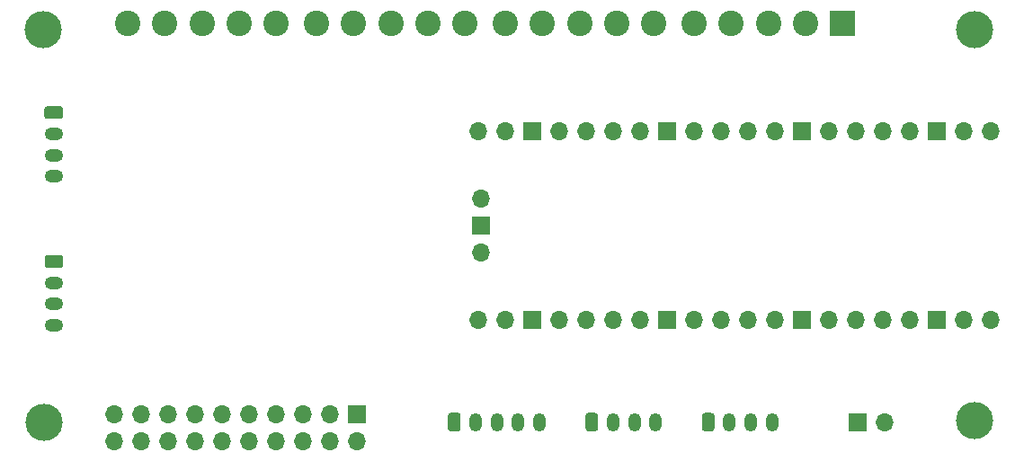
<source format=gbs>
G04 #@! TF.GenerationSoftware,KiCad,Pcbnew,(5.1.12)-1*
G04 #@! TF.CreationDate,2021-12-05T18:21:47-06:00*
G04 #@! TF.ProjectId,PicoFightingBoard,5069636f-4669-4676-9874-696e67426f61,rev?*
G04 #@! TF.SameCoordinates,Original*
G04 #@! TF.FileFunction,Soldermask,Bot*
G04 #@! TF.FilePolarity,Negative*
%FSLAX46Y46*%
G04 Gerber Fmt 4.6, Leading zero omitted, Abs format (unit mm)*
G04 Created by KiCad (PCBNEW (5.1.12)-1) date 2021-12-05 18:21:47*
%MOMM*%
%LPD*%
G01*
G04 APERTURE LIST*
%ADD10O,1.750000X1.200000*%
%ADD11C,2.400000*%
%ADD12R,2.400000X2.400000*%
%ADD13C,3.500000*%
%ADD14R,1.700000X1.700000*%
%ADD15O,1.700000X1.700000*%
%ADD16O,1.200000X1.750000*%
G04 APERTURE END LIST*
G36*
G01*
X107985399Y-104403600D02*
X109235401Y-104403600D01*
G75*
G02*
X109485400Y-104653599I0J-249999D01*
G01*
X109485400Y-105353601D01*
G75*
G02*
X109235401Y-105603600I-249999J0D01*
G01*
X107985399Y-105603600D01*
G75*
G02*
X107735400Y-105353601I0J249999D01*
G01*
X107735400Y-104653599D01*
G75*
G02*
X107985399Y-104403600I249999J0D01*
G01*
G37*
D10*
X108610400Y-107003600D03*
X108610400Y-109003600D03*
X108610400Y-111003600D03*
D11*
X115540000Y-82550000D03*
X119040000Y-82550000D03*
X122540000Y-82550000D03*
X126040000Y-82550000D03*
X129540000Y-82550000D03*
X133320000Y-82550000D03*
X136820000Y-82550000D03*
X140320000Y-82550000D03*
X143820000Y-82550000D03*
X147320000Y-82550000D03*
X151100000Y-82550000D03*
X154600000Y-82550000D03*
X158100000Y-82550000D03*
X161600000Y-82550000D03*
X165100000Y-82550000D03*
X168880000Y-82550000D03*
X172380000Y-82550000D03*
X175880000Y-82550000D03*
X179380000Y-82550000D03*
D12*
X182880000Y-82550000D03*
D13*
X195326000Y-83185000D03*
X195326000Y-120015000D03*
X107696000Y-120142000D03*
X107569000Y-83185000D03*
D14*
X137160000Y-119380000D03*
D15*
X137160000Y-121920000D03*
X134620000Y-119380000D03*
X134620000Y-121920000D03*
X132080000Y-119380000D03*
X132080000Y-121920000D03*
X129540000Y-119380000D03*
X129540000Y-121920000D03*
X127000000Y-119380000D03*
X127000000Y-121920000D03*
X124460000Y-119380000D03*
X124460000Y-121920000D03*
X121920000Y-119380000D03*
X121920000Y-121920000D03*
X119380000Y-119380000D03*
X119380000Y-121920000D03*
X116840000Y-119380000D03*
X116840000Y-121920000D03*
X114300000Y-119380000D03*
X114300000Y-121920000D03*
G36*
G01*
X145704000Y-120767001D02*
X145704000Y-119516999D01*
G75*
G02*
X145953999Y-119267000I249999J0D01*
G01*
X146654001Y-119267000D01*
G75*
G02*
X146904000Y-119516999I0J-249999D01*
G01*
X146904000Y-120767001D01*
G75*
G02*
X146654001Y-121017000I-249999J0D01*
G01*
X145953999Y-121017000D01*
G75*
G02*
X145704000Y-120767001I0J249999D01*
G01*
G37*
D16*
X148304000Y-120142000D03*
X150304000Y-120142000D03*
X152304000Y-120142000D03*
X154304000Y-120142000D03*
D15*
X148820000Y-104140000D03*
D14*
X148820000Y-101600000D03*
D15*
X148820000Y-99060000D03*
X196850000Y-110490000D03*
X194310000Y-110490000D03*
D14*
X191770000Y-110490000D03*
D15*
X189230000Y-110490000D03*
X186690000Y-110490000D03*
X184150000Y-110490000D03*
X181610000Y-110490000D03*
D14*
X179070000Y-110490000D03*
D15*
X176530000Y-110490000D03*
X173990000Y-110490000D03*
X171450000Y-110490000D03*
X168910000Y-110490000D03*
D14*
X166370000Y-110490000D03*
D15*
X163830000Y-110490000D03*
X161290000Y-110490000D03*
X158750000Y-110490000D03*
X156210000Y-110490000D03*
D14*
X153670000Y-110490000D03*
D15*
X151130000Y-110490000D03*
X148590000Y-110490000D03*
X148590000Y-92710000D03*
X151130000Y-92710000D03*
D14*
X153670000Y-92710000D03*
D15*
X156210000Y-92710000D03*
X158750000Y-92710000D03*
X161290000Y-92710000D03*
X163830000Y-92710000D03*
D14*
X166370000Y-92710000D03*
D15*
X168910000Y-92710000D03*
X171450000Y-92710000D03*
X173990000Y-92710000D03*
X176530000Y-92710000D03*
D14*
X179070000Y-92710000D03*
D15*
X181610000Y-92710000D03*
X184150000Y-92710000D03*
X186690000Y-92710000D03*
X189230000Y-92710000D03*
D14*
X191770000Y-92710000D03*
D15*
X194310000Y-92710000D03*
X196850000Y-92710000D03*
G36*
G01*
X158658000Y-120717000D02*
X158658000Y-119567000D01*
G75*
G02*
X158958000Y-119267000I300000J0D01*
G01*
X159558000Y-119267000D01*
G75*
G02*
X159858000Y-119567000I0J-300000D01*
G01*
X159858000Y-120717000D01*
G75*
G02*
X159558000Y-121017000I-300000J0D01*
G01*
X158958000Y-121017000D01*
G75*
G02*
X158658000Y-120717000I0J300000D01*
G01*
G37*
D16*
X161258000Y-120142000D03*
X163258000Y-120142000D03*
X165258000Y-120142000D03*
D14*
X184277000Y-120142000D03*
D15*
X186817000Y-120142000D03*
G36*
G01*
X169612000Y-120717000D02*
X169612000Y-119567000D01*
G75*
G02*
X169912000Y-119267000I300000J0D01*
G01*
X170512000Y-119267000D01*
G75*
G02*
X170812000Y-119567000I0J-300000D01*
G01*
X170812000Y-120717000D01*
G75*
G02*
X170512000Y-121017000I-300000J0D01*
G01*
X169912000Y-121017000D01*
G75*
G02*
X169612000Y-120717000I0J300000D01*
G01*
G37*
D16*
X172212000Y-120142000D03*
X174212000Y-120142000D03*
X176212000Y-120142000D03*
G36*
G01*
X107959999Y-90382800D02*
X109210001Y-90382800D01*
G75*
G02*
X109460000Y-90632799I0J-249999D01*
G01*
X109460000Y-91332801D01*
G75*
G02*
X109210001Y-91582800I-249999J0D01*
G01*
X107959999Y-91582800D01*
G75*
G02*
X107710000Y-91332801I0J249999D01*
G01*
X107710000Y-90632799D01*
G75*
G02*
X107959999Y-90382800I249999J0D01*
G01*
G37*
D10*
X108585000Y-92982800D03*
X108585000Y-94982800D03*
X108585000Y-96982800D03*
M02*

</source>
